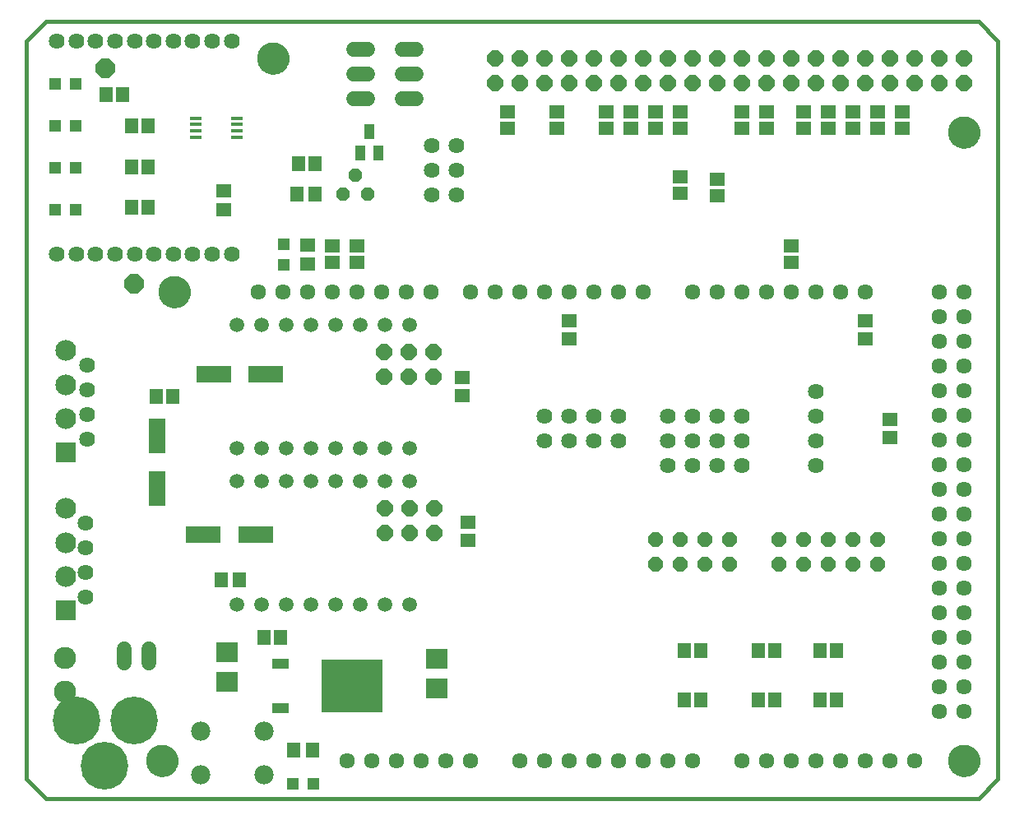
<source format=gts>
G75*
G70*
%OFA0B0*%
%FSLAX24Y24*%
%IPPOS*%
%LPD*%
%AMOC8*
5,1,8,0,0,1.08239X$1,22.5*
%
%ADD10C,0.0160*%
%ADD11C,0.0000*%
%ADD12C,0.1300*%
%ADD13C,0.0640*%
%ADD14C,0.0634*%
%ADD15R,0.0512X0.0512*%
%ADD16R,0.0670X0.1418*%
%ADD17OC8,0.0640*%
%ADD18R,0.0631X0.0552*%
%ADD19OC8,0.0600*%
%ADD20C,0.0594*%
%ADD21R,0.0552X0.0631*%
%ADD22R,0.1418X0.0670*%
%ADD23R,0.0906X0.0827*%
%ADD24C,0.1930*%
%ADD25C,0.0600*%
%ADD26R,0.0512X0.0158*%
%ADD27OC8,0.0560*%
%ADD28R,0.0840X0.0840*%
%ADD29C,0.0840*%
%ADD30C,0.0900*%
%ADD31C,0.0780*%
%ADD32R,0.2481X0.2166*%
%ADD33R,0.0670X0.0434*%
%ADD34OC8,0.0800*%
%ADD35R,0.0434X0.0591*%
D10*
X001915Y001362D02*
X002702Y000574D01*
X040498Y000574D01*
X041285Y001362D01*
X041285Y031283D01*
X040498Y032071D01*
X002702Y032071D01*
X001915Y031283D01*
X001915Y001362D01*
D11*
X006785Y002106D02*
X006787Y002156D01*
X006793Y002206D01*
X006803Y002255D01*
X006817Y002303D01*
X006834Y002350D01*
X006855Y002395D01*
X006880Y002439D01*
X006908Y002480D01*
X006940Y002519D01*
X006974Y002556D01*
X007011Y002590D01*
X007051Y002620D01*
X007093Y002647D01*
X007137Y002671D01*
X007183Y002692D01*
X007230Y002708D01*
X007278Y002721D01*
X007328Y002730D01*
X007377Y002735D01*
X007428Y002736D01*
X007478Y002733D01*
X007527Y002726D01*
X007576Y002715D01*
X007624Y002700D01*
X007670Y002682D01*
X007715Y002660D01*
X007758Y002634D01*
X007799Y002605D01*
X007838Y002573D01*
X007874Y002538D01*
X007906Y002500D01*
X007936Y002460D01*
X007963Y002417D01*
X007986Y002373D01*
X008005Y002327D01*
X008021Y002279D01*
X008033Y002230D01*
X008041Y002181D01*
X008045Y002131D01*
X008045Y002081D01*
X008041Y002031D01*
X008033Y001982D01*
X008021Y001933D01*
X008005Y001885D01*
X007986Y001839D01*
X007963Y001795D01*
X007936Y001752D01*
X007906Y001712D01*
X007874Y001674D01*
X007838Y001639D01*
X007799Y001607D01*
X007758Y001578D01*
X007715Y001552D01*
X007670Y001530D01*
X007624Y001512D01*
X007576Y001497D01*
X007527Y001486D01*
X007478Y001479D01*
X007428Y001476D01*
X007377Y001477D01*
X007328Y001482D01*
X007278Y001491D01*
X007230Y001504D01*
X007183Y001520D01*
X007137Y001541D01*
X007093Y001565D01*
X007051Y001592D01*
X007011Y001622D01*
X006974Y001656D01*
X006940Y001693D01*
X006908Y001732D01*
X006880Y001773D01*
X006855Y001817D01*
X006834Y001862D01*
X006817Y001909D01*
X006803Y001957D01*
X006793Y002006D01*
X006787Y002056D01*
X006785Y002106D01*
X007285Y021106D02*
X007287Y021156D01*
X007293Y021206D01*
X007303Y021255D01*
X007317Y021303D01*
X007334Y021350D01*
X007355Y021395D01*
X007380Y021439D01*
X007408Y021480D01*
X007440Y021519D01*
X007474Y021556D01*
X007511Y021590D01*
X007551Y021620D01*
X007593Y021647D01*
X007637Y021671D01*
X007683Y021692D01*
X007730Y021708D01*
X007778Y021721D01*
X007828Y021730D01*
X007877Y021735D01*
X007928Y021736D01*
X007978Y021733D01*
X008027Y021726D01*
X008076Y021715D01*
X008124Y021700D01*
X008170Y021682D01*
X008215Y021660D01*
X008258Y021634D01*
X008299Y021605D01*
X008338Y021573D01*
X008374Y021538D01*
X008406Y021500D01*
X008436Y021460D01*
X008463Y021417D01*
X008486Y021373D01*
X008505Y021327D01*
X008521Y021279D01*
X008533Y021230D01*
X008541Y021181D01*
X008545Y021131D01*
X008545Y021081D01*
X008541Y021031D01*
X008533Y020982D01*
X008521Y020933D01*
X008505Y020885D01*
X008486Y020839D01*
X008463Y020795D01*
X008436Y020752D01*
X008406Y020712D01*
X008374Y020674D01*
X008338Y020639D01*
X008299Y020607D01*
X008258Y020578D01*
X008215Y020552D01*
X008170Y020530D01*
X008124Y020512D01*
X008076Y020497D01*
X008027Y020486D01*
X007978Y020479D01*
X007928Y020476D01*
X007877Y020477D01*
X007828Y020482D01*
X007778Y020491D01*
X007730Y020504D01*
X007683Y020520D01*
X007637Y020541D01*
X007593Y020565D01*
X007551Y020592D01*
X007511Y020622D01*
X007474Y020656D01*
X007440Y020693D01*
X007408Y020732D01*
X007380Y020773D01*
X007355Y020817D01*
X007334Y020862D01*
X007317Y020909D01*
X007303Y020957D01*
X007293Y021006D01*
X007287Y021056D01*
X007285Y021106D01*
X011285Y030574D02*
X011287Y030624D01*
X011293Y030674D01*
X011303Y030723D01*
X011317Y030771D01*
X011334Y030818D01*
X011355Y030863D01*
X011380Y030907D01*
X011408Y030948D01*
X011440Y030987D01*
X011474Y031024D01*
X011511Y031058D01*
X011551Y031088D01*
X011593Y031115D01*
X011637Y031139D01*
X011683Y031160D01*
X011730Y031176D01*
X011778Y031189D01*
X011828Y031198D01*
X011877Y031203D01*
X011928Y031204D01*
X011978Y031201D01*
X012027Y031194D01*
X012076Y031183D01*
X012124Y031168D01*
X012170Y031150D01*
X012215Y031128D01*
X012258Y031102D01*
X012299Y031073D01*
X012338Y031041D01*
X012374Y031006D01*
X012406Y030968D01*
X012436Y030928D01*
X012463Y030885D01*
X012486Y030841D01*
X012505Y030795D01*
X012521Y030747D01*
X012533Y030698D01*
X012541Y030649D01*
X012545Y030599D01*
X012545Y030549D01*
X012541Y030499D01*
X012533Y030450D01*
X012521Y030401D01*
X012505Y030353D01*
X012486Y030307D01*
X012463Y030263D01*
X012436Y030220D01*
X012406Y030180D01*
X012374Y030142D01*
X012338Y030107D01*
X012299Y030075D01*
X012258Y030046D01*
X012215Y030020D01*
X012170Y029998D01*
X012124Y029980D01*
X012076Y029965D01*
X012027Y029954D01*
X011978Y029947D01*
X011928Y029944D01*
X011877Y029945D01*
X011828Y029950D01*
X011778Y029959D01*
X011730Y029972D01*
X011683Y029988D01*
X011637Y030009D01*
X011593Y030033D01*
X011551Y030060D01*
X011511Y030090D01*
X011474Y030124D01*
X011440Y030161D01*
X011408Y030200D01*
X011380Y030241D01*
X011355Y030285D01*
X011334Y030330D01*
X011317Y030377D01*
X011303Y030425D01*
X011293Y030474D01*
X011287Y030524D01*
X011285Y030574D01*
X039285Y027574D02*
X039287Y027624D01*
X039293Y027674D01*
X039303Y027723D01*
X039317Y027771D01*
X039334Y027818D01*
X039355Y027863D01*
X039380Y027907D01*
X039408Y027948D01*
X039440Y027987D01*
X039474Y028024D01*
X039511Y028058D01*
X039551Y028088D01*
X039593Y028115D01*
X039637Y028139D01*
X039683Y028160D01*
X039730Y028176D01*
X039778Y028189D01*
X039828Y028198D01*
X039877Y028203D01*
X039928Y028204D01*
X039978Y028201D01*
X040027Y028194D01*
X040076Y028183D01*
X040124Y028168D01*
X040170Y028150D01*
X040215Y028128D01*
X040258Y028102D01*
X040299Y028073D01*
X040338Y028041D01*
X040374Y028006D01*
X040406Y027968D01*
X040436Y027928D01*
X040463Y027885D01*
X040486Y027841D01*
X040505Y027795D01*
X040521Y027747D01*
X040533Y027698D01*
X040541Y027649D01*
X040545Y027599D01*
X040545Y027549D01*
X040541Y027499D01*
X040533Y027450D01*
X040521Y027401D01*
X040505Y027353D01*
X040486Y027307D01*
X040463Y027263D01*
X040436Y027220D01*
X040406Y027180D01*
X040374Y027142D01*
X040338Y027107D01*
X040299Y027075D01*
X040258Y027046D01*
X040215Y027020D01*
X040170Y026998D01*
X040124Y026980D01*
X040076Y026965D01*
X040027Y026954D01*
X039978Y026947D01*
X039928Y026944D01*
X039877Y026945D01*
X039828Y026950D01*
X039778Y026959D01*
X039730Y026972D01*
X039683Y026988D01*
X039637Y027009D01*
X039593Y027033D01*
X039551Y027060D01*
X039511Y027090D01*
X039474Y027124D01*
X039440Y027161D01*
X039408Y027200D01*
X039380Y027241D01*
X039355Y027285D01*
X039334Y027330D01*
X039317Y027377D01*
X039303Y027425D01*
X039293Y027474D01*
X039287Y027524D01*
X039285Y027574D01*
X039285Y002106D02*
X039287Y002156D01*
X039293Y002206D01*
X039303Y002255D01*
X039317Y002303D01*
X039334Y002350D01*
X039355Y002395D01*
X039380Y002439D01*
X039408Y002480D01*
X039440Y002519D01*
X039474Y002556D01*
X039511Y002590D01*
X039551Y002620D01*
X039593Y002647D01*
X039637Y002671D01*
X039683Y002692D01*
X039730Y002708D01*
X039778Y002721D01*
X039828Y002730D01*
X039877Y002735D01*
X039928Y002736D01*
X039978Y002733D01*
X040027Y002726D01*
X040076Y002715D01*
X040124Y002700D01*
X040170Y002682D01*
X040215Y002660D01*
X040258Y002634D01*
X040299Y002605D01*
X040338Y002573D01*
X040374Y002538D01*
X040406Y002500D01*
X040436Y002460D01*
X040463Y002417D01*
X040486Y002373D01*
X040505Y002327D01*
X040521Y002279D01*
X040533Y002230D01*
X040541Y002181D01*
X040545Y002131D01*
X040545Y002081D01*
X040541Y002031D01*
X040533Y001982D01*
X040521Y001933D01*
X040505Y001885D01*
X040486Y001839D01*
X040463Y001795D01*
X040436Y001752D01*
X040406Y001712D01*
X040374Y001674D01*
X040338Y001639D01*
X040299Y001607D01*
X040258Y001578D01*
X040215Y001552D01*
X040170Y001530D01*
X040124Y001512D01*
X040076Y001497D01*
X040027Y001486D01*
X039978Y001479D01*
X039928Y001476D01*
X039877Y001477D01*
X039828Y001482D01*
X039778Y001491D01*
X039730Y001504D01*
X039683Y001520D01*
X039637Y001541D01*
X039593Y001565D01*
X039551Y001592D01*
X039511Y001622D01*
X039474Y001656D01*
X039440Y001693D01*
X039408Y001732D01*
X039380Y001773D01*
X039355Y001817D01*
X039334Y001862D01*
X039317Y001909D01*
X039303Y001957D01*
X039293Y002006D01*
X039287Y002056D01*
X039285Y002106D01*
D12*
X039915Y002106D03*
X007915Y021106D03*
X011915Y030574D03*
X039915Y027574D03*
X007415Y002106D03*
D13*
X004315Y008743D03*
X004315Y009743D03*
X004315Y010743D03*
X004315Y011743D03*
X004365Y015140D03*
X004365Y016140D03*
X004365Y017140D03*
X004365Y018140D03*
X004722Y022622D03*
X003935Y022622D03*
X003147Y022622D03*
X005509Y022622D03*
X006297Y022622D03*
X007084Y022622D03*
X007872Y022622D03*
X008659Y022622D03*
X009446Y022622D03*
X010234Y022622D03*
X018331Y025021D03*
X019331Y025021D03*
X019331Y026021D03*
X018331Y026021D03*
X018331Y027021D03*
X019331Y027021D03*
X010234Y031283D03*
X009446Y031283D03*
X008659Y031283D03*
X007872Y031283D03*
X007084Y031283D03*
X006297Y031283D03*
X005509Y031283D03*
X004722Y031283D03*
X003935Y031283D03*
X003147Y031283D03*
X022915Y016074D03*
X023915Y016074D03*
X023915Y015074D03*
X022915Y015074D03*
X024915Y015074D03*
X025915Y015074D03*
X025915Y016074D03*
X024915Y016074D03*
X027915Y016074D03*
X028915Y016074D03*
X028915Y015074D03*
X027915Y015074D03*
X027915Y014074D03*
X028915Y014074D03*
X029915Y014074D03*
X030915Y014074D03*
X030915Y015074D03*
X029915Y015074D03*
X029915Y016074D03*
X030915Y016074D03*
X033915Y016074D03*
X033915Y015074D03*
X033915Y014074D03*
X033915Y017074D03*
D14*
X033915Y021106D03*
X034915Y021106D03*
X035915Y021106D03*
X038915Y021106D03*
X039915Y021106D03*
X039915Y020106D03*
X038915Y020106D03*
X038915Y019106D03*
X039915Y019106D03*
X039915Y018106D03*
X038915Y018106D03*
X038915Y017106D03*
X039915Y017106D03*
X039915Y016106D03*
X038915Y016106D03*
X038915Y015106D03*
X039915Y015106D03*
X039915Y014106D03*
X038915Y014106D03*
X038915Y013106D03*
X039915Y013106D03*
X039915Y012106D03*
X038915Y012106D03*
X038915Y011106D03*
X039915Y011106D03*
X039915Y010106D03*
X038915Y010106D03*
X038915Y009106D03*
X039915Y009106D03*
X039915Y008106D03*
X038915Y008106D03*
X038915Y007106D03*
X039915Y007106D03*
X039915Y006106D03*
X038915Y006106D03*
X038915Y005106D03*
X039915Y005106D03*
X039915Y004106D03*
X038915Y004106D03*
X037915Y002106D03*
X036915Y002106D03*
X035915Y002106D03*
X034915Y002106D03*
X033915Y002106D03*
X032915Y002106D03*
X031915Y002106D03*
X030915Y002106D03*
X028915Y002106D03*
X027915Y002106D03*
X026915Y002106D03*
X025915Y002106D03*
X024915Y002106D03*
X023915Y002106D03*
X022915Y002106D03*
X021915Y002106D03*
X019915Y002106D03*
X018915Y002106D03*
X017915Y002106D03*
X016915Y002106D03*
X015915Y002106D03*
X014915Y002106D03*
X015315Y021106D03*
X016315Y021106D03*
X017315Y021106D03*
X018315Y021106D03*
X019915Y021106D03*
X020915Y021106D03*
X021915Y021106D03*
X022915Y021106D03*
X023915Y021106D03*
X024915Y021106D03*
X025915Y021106D03*
X026915Y021106D03*
X028915Y021106D03*
X029915Y021106D03*
X030915Y021106D03*
X031915Y021106D03*
X032915Y021106D03*
X014315Y021106D03*
X013315Y021106D03*
X012315Y021106D03*
X011315Y021106D03*
D15*
X012348Y022208D03*
X012348Y023035D03*
X003919Y024452D03*
X003092Y024452D03*
X003092Y026149D03*
X003919Y026149D03*
X003919Y027846D03*
X003092Y027846D03*
X003092Y029543D03*
X003919Y029543D03*
X012722Y001165D03*
X013549Y001165D03*
D16*
X007206Y013149D03*
X007206Y015275D03*
D17*
X016411Y017665D03*
X017411Y017665D03*
X018411Y017665D03*
X018411Y018665D03*
X017411Y018665D03*
X016411Y018665D03*
X016431Y012346D03*
X017431Y012346D03*
X018431Y012346D03*
X018431Y011346D03*
X017431Y011346D03*
X016431Y011346D03*
X020915Y029574D03*
X021915Y029574D03*
X022915Y029574D03*
X023915Y029574D03*
X024915Y029574D03*
X025915Y029574D03*
X026915Y029574D03*
X027915Y029574D03*
X028915Y029574D03*
X029915Y029574D03*
X030915Y029574D03*
X031915Y029574D03*
X032915Y029574D03*
X033915Y029574D03*
X034915Y029574D03*
X035915Y029574D03*
X036915Y029574D03*
X037915Y029574D03*
X038915Y029574D03*
X039915Y029574D03*
X039915Y030574D03*
X038915Y030574D03*
X037915Y030574D03*
X036915Y030574D03*
X035915Y030574D03*
X034915Y030574D03*
X033915Y030574D03*
X032915Y030574D03*
X031915Y030574D03*
X030915Y030574D03*
X029915Y030574D03*
X028915Y030574D03*
X027915Y030574D03*
X026915Y030574D03*
X025915Y030574D03*
X024915Y030574D03*
X023915Y030574D03*
X022915Y030574D03*
X021915Y030574D03*
X020915Y030574D03*
D18*
X021415Y028409D03*
X021415Y027740D03*
X023415Y027740D03*
X023415Y028409D03*
X025415Y028409D03*
X026415Y028409D03*
X026415Y027740D03*
X025415Y027740D03*
X027415Y027740D03*
X028415Y027740D03*
X028415Y028409D03*
X027415Y028409D03*
X030915Y028409D03*
X031915Y028409D03*
X031915Y027740D03*
X030915Y027740D03*
X029915Y025659D03*
X029915Y024990D03*
X028415Y025090D03*
X028415Y025759D03*
X032915Y022959D03*
X032915Y022290D03*
X035915Y019949D03*
X035915Y019200D03*
X036915Y015949D03*
X036915Y015200D03*
X023915Y019200D03*
X023915Y019949D03*
X019565Y017649D03*
X019565Y016900D03*
X019828Y011775D03*
X019828Y011027D03*
X015315Y022290D03*
X015315Y022959D03*
X014315Y022959D03*
X014315Y022290D03*
X013315Y022250D03*
X013315Y022999D03*
X009921Y024447D03*
X009921Y025195D03*
X033415Y027740D03*
X034415Y027740D03*
X034415Y028409D03*
X033415Y028409D03*
X035415Y028409D03*
X036415Y028409D03*
X037415Y028409D03*
X037415Y027740D03*
X036415Y027740D03*
X035415Y027740D03*
D19*
X035415Y011074D03*
X036415Y011074D03*
X036415Y010074D03*
X035415Y010074D03*
X034415Y010074D03*
X033415Y010074D03*
X032415Y010074D03*
X032415Y011074D03*
X033415Y011074D03*
X034415Y011074D03*
X030415Y011074D03*
X030415Y010074D03*
X029415Y010074D03*
X028415Y010074D03*
X027415Y010074D03*
X027415Y011074D03*
X028415Y011074D03*
X029415Y011074D03*
D20*
X017462Y013452D03*
X016462Y013452D03*
X015462Y013452D03*
X014462Y013452D03*
X013462Y013452D03*
X012462Y013452D03*
X011462Y013452D03*
X010462Y013452D03*
X010443Y014771D03*
X011443Y014771D03*
X012443Y014771D03*
X013443Y014771D03*
X014443Y014771D03*
X015443Y014771D03*
X016443Y014771D03*
X017443Y014771D03*
X017443Y019771D03*
X016443Y019771D03*
X015443Y019771D03*
X014443Y019771D03*
X013443Y019771D03*
X012443Y019771D03*
X011443Y019771D03*
X010443Y019771D03*
X010462Y008452D03*
X011462Y008452D03*
X012462Y008452D03*
X013462Y008452D03*
X014462Y008452D03*
X015462Y008452D03*
X016462Y008452D03*
X017462Y008452D03*
D21*
X012214Y007117D03*
X011544Y007117D03*
X010557Y009433D03*
X009809Y009433D03*
X012758Y002543D03*
X013506Y002543D03*
X028580Y004574D03*
X029250Y004574D03*
X029250Y006574D03*
X028580Y006574D03*
X031580Y006574D03*
X032250Y006574D03*
X034080Y006574D03*
X034750Y006574D03*
X034750Y004574D03*
X034080Y004574D03*
X032250Y004574D03*
X031580Y004574D03*
X007844Y016869D03*
X007175Y016869D03*
X006836Y024531D03*
X006167Y024531D03*
X006167Y026181D03*
X006836Y026181D03*
X006836Y027830D03*
X006167Y027830D03*
X005827Y029111D03*
X005158Y029111D03*
X012943Y026303D03*
X013612Y026303D03*
X013613Y025075D03*
X012865Y025075D03*
D22*
X011628Y017771D03*
X009502Y017771D03*
X009074Y011256D03*
X011200Y011256D03*
D23*
X010052Y006491D03*
X010052Y005310D03*
X018540Y005047D03*
X018540Y006228D03*
D24*
X006269Y003752D03*
X003946Y003752D03*
X005088Y001901D03*
D25*
X005886Y006084D02*
X005886Y006644D01*
X006886Y006644D02*
X006886Y006084D01*
X015172Y028952D02*
X015732Y028952D01*
X015732Y029952D02*
X015172Y029952D01*
X015172Y030952D02*
X015732Y030952D01*
X017157Y030952D02*
X017717Y030952D01*
X017717Y029952D02*
X017157Y029952D01*
X017157Y028952D02*
X017717Y028952D01*
D26*
X010455Y028152D03*
X010455Y027896D03*
X010455Y027640D03*
X010455Y027384D03*
X008792Y027384D03*
X008792Y027640D03*
X008792Y027896D03*
X008792Y028152D03*
D27*
X014730Y025074D03*
X015730Y025074D03*
X015230Y025824D03*
D28*
X003515Y014590D03*
X003515Y008197D03*
D29*
X003515Y009574D03*
X003515Y010952D03*
X003515Y012330D03*
X003515Y015968D03*
X003515Y017346D03*
X003515Y018724D03*
D30*
X003484Y006283D03*
X003484Y004905D03*
D31*
X008985Y003314D03*
X008985Y001534D03*
X011545Y001534D03*
X011545Y003314D03*
D32*
X015099Y005124D03*
D33*
X012225Y004227D03*
X012225Y006022D03*
D34*
X006265Y021424D03*
X005115Y030174D03*
D35*
X015441Y026741D03*
X016189Y026741D03*
X015815Y027608D03*
M02*

</source>
